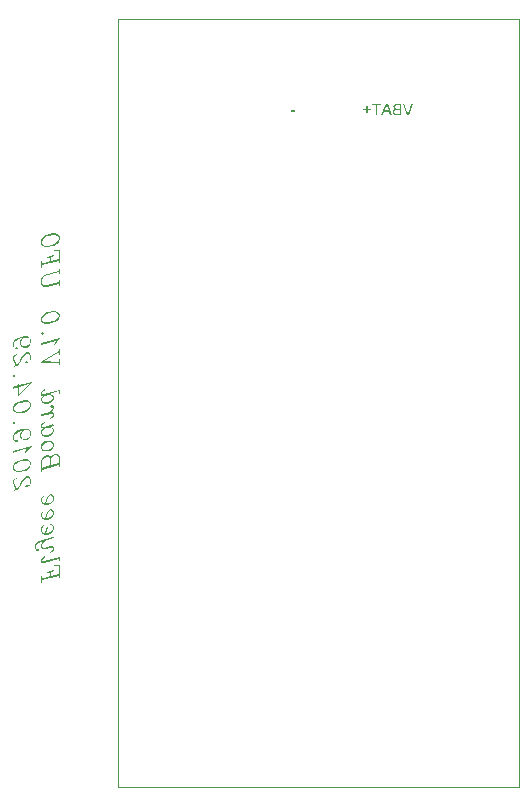
<source format=gbo>
G04 Layer_Color=32896*
%FSLAX25Y25*%
%MOIN*%
G70*
G01*
G75*
%ADD56C,0.00394*%
G36*
X186221Y293654D02*
X184798D01*
Y294121D01*
X186221D01*
Y293654D01*
D02*
G37*
G36*
X93014Y190044D02*
X92564Y189594D01*
X92126Y190044D01*
X92564Y190505D01*
X93014Y190044D01*
D02*
G37*
G36*
X107768Y138286D02*
X107468D01*
Y139024D01*
X101910Y137410D01*
Y136614D01*
X101622D01*
Y138736D01*
X101910D01*
Y137986D01*
X104677Y138793D01*
Y140154D01*
X103663Y139889D01*
X103617Y140165D01*
X105980Y140753D01*
X106038Y140465D01*
X104977Y140200D01*
Y138863D01*
X107468Y139601D01*
Y142125D01*
X105865D01*
X105854Y142414D01*
X107768Y142702D01*
Y138286D01*
D02*
G37*
G36*
X102994Y190102D02*
X102406Y189790D01*
X101910Y189295D01*
Y188868D01*
X102095Y188684D01*
X102579D01*
X103698Y188949D01*
X105704Y189514D01*
X105761Y189306D01*
Y188949D01*
X104251Y188684D01*
X104562D01*
X105496Y188372D01*
X105819Y187727D01*
Y187116D01*
X105519Y186205D01*
X104620Y185605D01*
X103732Y185317D01*
X102844D01*
X102233Y185617D01*
X101922Y185928D01*
X101622Y186539D01*
Y187173D01*
X101933Y187796D01*
X102577Y188107D01*
X101979D01*
X101622Y188465D01*
Y189422D01*
X102233Y190056D01*
X102879Y190344D01*
X102994Y190102D01*
D02*
G37*
G36*
X97983Y171850D02*
X98295Y170916D01*
Y170028D01*
X97995Y169140D01*
X97672Y168817D01*
X97061Y168518D01*
X96692D01*
X96300Y168944D01*
X96750Y169394D01*
X97153Y168990D01*
X96980Y168817D01*
X96992D01*
X97510Y169071D01*
X97741Y169302D01*
X97995Y170086D01*
Y170847D01*
X97753Y171343D01*
X97268Y171585D01*
X96784D01*
X96277Y171331D01*
X95746Y170801D01*
X94074Y168287D01*
X93486Y167699D01*
X92287Y167123D01*
X92172Y167365D01*
X92772Y167676D01*
X92979Y167884D01*
Y168345D01*
X92149Y169740D01*
Y170651D01*
X92460Y171308D01*
X93417Y171608D01*
X93510Y171354D01*
X92956Y171066D01*
X92714Y170582D01*
Y169809D01*
X93256Y168460D01*
X93267Y168426D01*
Y167888D01*
X93314Y167953D01*
X93856Y168483D01*
X94397Y169302D01*
X94951Y170409D01*
X95527Y171273D01*
X96104Y171861D01*
X96715Y172161D01*
X97338D01*
X97983Y171850D01*
D02*
G37*
G36*
X210494Y294599D02*
X211525D01*
Y294167D01*
X210494D01*
Y293130D01*
X210056D01*
Y294167D01*
X209025D01*
Y294599D01*
X210056D01*
Y295630D01*
X210494D01*
Y294599D01*
D02*
G37*
G36*
X105819Y195475D02*
Y194829D01*
X105508Y194207D01*
X104920Y193619D01*
X104816D01*
X104343Y193469D01*
X104920Y193619D01*
X105438D01*
X105819Y193249D01*
Y192293D01*
X105196Y191670D01*
X104551Y191370D01*
X104435Y191612D01*
X105035Y191935D01*
X105531Y192419D01*
Y192846D01*
X105335Y193042D01*
X104850D01*
X101714Y192200D01*
X101668Y192396D01*
Y192765D01*
X103651Y193307D01*
X104747Y193872D01*
X105277Y194403D01*
X105531Y194898D01*
Y195360D01*
X105519Y195371D01*
X105116Y194967D01*
X104666Y195417D01*
X105058Y195855D01*
X105438D01*
X105819Y195475D01*
D02*
G37*
G36*
X97660Y197285D02*
X97983Y196974D01*
X98295Y196351D01*
Y195729D01*
X97995Y194841D01*
X97395Y194253D01*
X96542Y193676D01*
X95666Y193388D01*
X94536Y193111D01*
X93660D01*
X92772Y193399D01*
X92449Y193722D01*
X92149Y194322D01*
Y194945D01*
X92449Y195844D01*
X93037Y196432D01*
X93890Y197008D01*
X94766Y197297D01*
X95896Y197585D01*
X96761D01*
X97660Y197285D01*
D02*
G37*
G36*
X97672Y187750D02*
X97983Y187427D01*
X98295Y186816D01*
Y185916D01*
X97995Y185029D01*
X97395Y184418D01*
X96784Y184129D01*
X95873D01*
X95274Y184418D01*
X94951Y184729D01*
X94651Y185340D01*
Y186262D01*
X94962Y186873D01*
X95452Y187363D01*
X94824Y187185D01*
X94028Y186931D01*
X93221Y186389D01*
X92691Y185847D01*
X92437Y185352D01*
Y184579D01*
X92668Y184106D01*
X93152Y183864D01*
X93164D01*
X92991Y184037D01*
X93406Y184441D01*
X93844Y183991D01*
X93463Y183564D01*
X93083D01*
X92460Y183876D01*
X92149Y184510D01*
Y185409D01*
X92449Y186309D01*
X93037Y186897D01*
X93890Y187473D01*
X94766Y187773D01*
X95896Y188049D01*
X97061D01*
X97672Y187750D01*
D02*
G37*
G36*
X105496Y156031D02*
X105819Y155397D01*
Y154497D01*
X105519Y153586D01*
X104620Y152998D01*
X103732Y152710D01*
X102844D01*
X102233Y152998D01*
X101922Y153310D01*
X101622Y153921D01*
Y154543D01*
X101922Y155443D01*
X102544Y156054D01*
X102729Y155869D01*
X102164Y155281D01*
X101910Y154497D01*
Y154001D01*
X102141Y153517D01*
X102637Y153287D01*
X103052D01*
X103582Y155143D01*
X104182Y156042D01*
X104827Y156353D01*
X105496Y156031D01*
D02*
G37*
G36*
X105761Y151765D02*
Y151419D01*
X103686Y150808D01*
X102694Y150300D01*
X102164Y149781D01*
X101910Y149274D01*
Y148825D01*
X102372Y148363D01*
X102867D01*
X104539Y148917D01*
X105438D01*
X105819Y148548D01*
Y147591D01*
X105196Y146957D01*
X104551Y146668D01*
X104435Y146911D01*
X105035Y147222D01*
X105531Y147706D01*
Y148144D01*
X105335Y148340D01*
X104574D01*
X102902Y147775D01*
X102268D01*
X101922Y148110D01*
X101634Y148675D01*
X101622Y148709D01*
Y149355D01*
X101922Y149966D01*
X102396Y150449D01*
X100999Y150024D01*
X100215Y149493D01*
X99973Y148997D01*
Y148236D01*
X100227Y147741D01*
X100261Y147705D01*
X100665Y148098D01*
X101103Y147648D01*
X100723Y147222D01*
X100331D01*
X99985Y147556D01*
X99673Y148167D01*
Y149055D01*
X99985Y149966D01*
X100884Y150566D01*
X105704Y151972D01*
X105761Y151765D01*
D02*
G37*
G36*
X97660Y177638D02*
X97983Y177327D01*
X98295Y176704D01*
Y176081D01*
X97995Y175194D01*
X97395Y174606D01*
X96542Y174029D01*
X95666Y173741D01*
X94536Y173464D01*
X93660D01*
X92772Y173752D01*
X92449Y174075D01*
X92149Y174675D01*
Y175297D01*
X92449Y176197D01*
X93037Y176785D01*
X93890Y177361D01*
X94766Y177649D01*
X95896Y177938D01*
X96761D01*
X97660Y177638D01*
D02*
G37*
G36*
X105496Y160942D02*
X105819Y160308D01*
Y159409D01*
X105519Y158498D01*
X104620Y157910D01*
X103732Y157622D01*
X102844D01*
X102233Y157910D01*
X101922Y158221D01*
X101622Y158833D01*
Y159455D01*
X101922Y160354D01*
X102544Y160966D01*
X102729Y160781D01*
X102164Y160193D01*
X101910Y159409D01*
Y158913D01*
X102141Y158429D01*
X102637Y158198D01*
X103052D01*
X103582Y160055D01*
X104182Y160954D01*
X104827Y161265D01*
X105496Y160942D01*
D02*
G37*
G36*
X105196Y183760D02*
X105508Y183438D01*
X105819Y182815D01*
Y182204D01*
X105519Y181293D01*
X104620Y180693D01*
X103732Y180405D01*
X102844D01*
X102233Y180705D01*
X101922Y181016D01*
X101622Y181627D01*
Y182250D01*
X101922Y183161D01*
X102810Y183760D01*
X103698Y184060D01*
X104585D01*
X105196Y183760D01*
D02*
G37*
G36*
X102983Y145169D02*
X102406Y144858D01*
X101910Y144362D01*
Y143924D01*
X102095Y143740D01*
X102579D01*
X107768Y145158D01*
Y143786D01*
X107468D01*
Y144535D01*
X102614Y143163D01*
X101979D01*
X101622Y143521D01*
Y144489D01*
X102233Y145112D01*
X102879Y145412D01*
X102983Y145169D01*
D02*
G37*
G36*
X107456Y179333D02*
X107768Y178399D01*
Y175240D01*
X107468D01*
Y175978D01*
X101910Y174363D01*
Y173568D01*
X101622D01*
Y177015D01*
X101910Y178191D01*
X102521Y178802D01*
X103421Y179091D01*
X104020D01*
X104655Y178779D01*
X104804Y178364D01*
X104989Y179033D01*
X105312Y179356D01*
X106211Y179656D01*
X106811D01*
X107456Y179333D01*
D02*
G37*
G36*
X97418Y181235D02*
X96876Y180417D01*
X96553Y179817D01*
X96334Y179921D01*
X96623Y180832D01*
X96992Y181454D01*
X92241Y180059D01*
X92195Y180255D01*
Y180624D01*
X98444Y182377D01*
X97418Y181235D01*
D02*
G37*
G36*
X102487Y219780D02*
X102037Y219330D01*
X101599Y219780D01*
X102037Y220241D01*
X102487Y219780D01*
D02*
G37*
G36*
X107133Y227021D02*
X107456Y226710D01*
X107768Y226087D01*
Y225464D01*
X107468Y224576D01*
X106868Y223989D01*
X106015Y223412D01*
X105139Y223124D01*
X104009Y222847D01*
X103132D01*
X102245Y223135D01*
X101922Y223458D01*
X101622Y224058D01*
Y224680D01*
X101922Y225580D01*
X102510Y226168D01*
X103363Y226744D01*
X104239Y227032D01*
X105369Y227321D01*
X106234D01*
X107133Y227021D01*
D02*
G37*
G36*
X221703Y292520D02*
X220130D01*
X220015Y292531D01*
X219911Y292537D01*
X219819Y292548D01*
X219750Y292560D01*
X219698Y292566D01*
X219664Y292577D01*
X219652D01*
X219566Y292606D01*
X219485Y292635D01*
X219410Y292664D01*
X219353Y292692D01*
X219301Y292721D01*
X219266Y292744D01*
X219243Y292756D01*
X219237Y292762D01*
X219180Y292813D01*
X219122Y292871D01*
X219076Y292929D01*
X219036Y292986D01*
X219007Y293038D01*
X218978Y293078D01*
X218967Y293107D01*
X218961Y293119D01*
X218920Y293205D01*
X218892Y293291D01*
X218874Y293378D01*
X218857Y293453D01*
X218851Y293516D01*
X218846Y293568D01*
Y293603D01*
Y293614D01*
X218851Y293735D01*
X218874Y293845D01*
X218903Y293937D01*
X218938Y294023D01*
X218978Y294092D01*
X219007Y294144D01*
X219030Y294173D01*
X219036Y294184D01*
X219111Y294271D01*
X219197Y294340D01*
X219283Y294397D01*
X219370Y294449D01*
X219445Y294484D01*
X219508Y294513D01*
X219531Y294518D01*
X219548Y294524D01*
X219560Y294530D01*
X219566D01*
X219468Y294582D01*
X219387Y294639D01*
X219318Y294691D01*
X219260Y294749D01*
X219220Y294795D01*
X219185Y294835D01*
X219168Y294858D01*
X219162Y294870D01*
X219116Y294950D01*
X219088Y295037D01*
X219064Y295112D01*
X219047Y295181D01*
X219036Y295244D01*
X219030Y295290D01*
Y295319D01*
Y295331D01*
X219036Y295428D01*
X219053Y295521D01*
X219076Y295601D01*
X219105Y295676D01*
X219134Y295740D01*
X219157Y295791D01*
X219174Y295820D01*
X219180Y295832D01*
X219243Y295918D01*
X219306Y295987D01*
X219375Y296051D01*
X219445Y296102D01*
X219502Y296137D01*
X219548Y296166D01*
X219583Y296183D01*
X219589Y296189D01*
X219594D01*
X219698Y296229D01*
X219813Y296258D01*
X219929Y296275D01*
X220038Y296292D01*
X220136Y296298D01*
X220176D01*
X220216Y296304D01*
X221703D01*
Y292520D01*
D02*
G37*
G36*
X106891Y217024D02*
X106349Y216206D01*
X106026Y215606D01*
X105807Y215710D01*
X106096Y216621D01*
X106465Y217244D01*
X101714Y215848D01*
X101668Y216044D01*
Y216413D01*
X107917Y218166D01*
X106891Y217024D01*
D02*
G37*
G36*
X218569Y292520D02*
X218039D01*
X217630Y293666D01*
X216040D01*
X215603Y292520D01*
X215038D01*
X216576Y296304D01*
X217123D01*
X218569Y292520D01*
D02*
G37*
G36*
X107122Y252917D02*
X107456Y252594D01*
X107768Y251983D01*
Y251084D01*
X107468Y250196D01*
X106868Y249608D01*
X106015Y249032D01*
X105139Y248743D01*
X104009Y248467D01*
X103132D01*
X102245Y248755D01*
X101922Y249078D01*
X101622Y249677D01*
Y250577D01*
X101922Y251476D01*
X102510Y252064D01*
X103363Y252641D01*
X104239Y252929D01*
X105369Y253217D01*
X106234D01*
X107122Y252917D01*
D02*
G37*
G36*
X214912Y295861D02*
X213667D01*
Y292520D01*
X213166D01*
Y295861D01*
X211922D01*
Y296304D01*
X214912D01*
Y295861D01*
D02*
G37*
G36*
X107768Y239473D02*
X107468D01*
Y240223D01*
X102671Y238862D01*
X102164Y238355D01*
X101910Y237582D01*
Y236522D01*
X102141Y236049D01*
X102637Y235807D01*
X103421D01*
X107468Y236879D01*
Y237686D01*
X107768D01*
Y235565D01*
X107468D01*
Y236326D01*
X103455Y235230D01*
X102556D01*
X101922Y235542D01*
X101654Y236406D01*
X101622D01*
Y237629D01*
X101922Y238516D01*
X102521Y239139D01*
X107468Y240511D01*
Y241318D01*
X107768D01*
Y239473D01*
D02*
G37*
G36*
Y243301D02*
X107468D01*
Y244039D01*
X101910Y242425D01*
Y241629D01*
X101622D01*
Y243751D01*
X101910D01*
Y243002D01*
X104677Y243809D01*
Y245169D01*
X103663Y244904D01*
X103617Y245181D01*
X105980Y245769D01*
X106038Y245480D01*
X104977Y245215D01*
Y243878D01*
X107468Y244616D01*
Y247141D01*
X105865D01*
X105854Y247429D01*
X107768Y247717D01*
Y243301D01*
D02*
G37*
G36*
X93821Y199061D02*
Y201862D01*
X92241Y201378D01*
X92195Y201574D01*
Y201943D01*
X93821Y202404D01*
Y202739D01*
X94109D01*
Y202462D01*
X98444Y203696D01*
X93821Y199061D01*
D02*
G37*
G36*
X93014Y205633D02*
X92564Y205183D01*
X92126Y205633D01*
X92564Y206094D01*
X93014Y205633D01*
D02*
G37*
G36*
X105496Y165854D02*
X105819Y165220D01*
Y164321D01*
X105519Y163410D01*
X104620Y162822D01*
X103732Y162534D01*
X102844D01*
X102233Y162822D01*
X101922Y163133D01*
X101622Y163744D01*
Y164367D01*
X101922Y165266D01*
X102544Y165877D01*
X102729Y165693D01*
X102164Y165105D01*
X101910Y164321D01*
Y163825D01*
X102141Y163341D01*
X102637Y163110D01*
X103052D01*
X103582Y164966D01*
X104182Y165866D01*
X104827Y166177D01*
X105496Y165854D01*
D02*
G37*
G36*
X102983Y201044D02*
X102406Y200721D01*
X101910Y200237D01*
Y199799D01*
X102095Y199614D01*
X102579D01*
X107768Y201032D01*
Y199649D01*
X107468D01*
Y200398D01*
X104251Y199614D01*
X104562D01*
X105496Y199314D01*
X105819Y198657D01*
Y198046D01*
X105519Y197124D01*
X104620Y196536D01*
X103732Y196247D01*
X102844D01*
X102233Y196547D01*
X101922Y196858D01*
X101622Y197469D01*
Y198104D01*
X101933Y198726D01*
X102577Y199038D01*
X101979D01*
X101622Y199395D01*
Y200352D01*
X102233Y200986D01*
X102879Y201274D01*
X102983Y201044D01*
D02*
G37*
G36*
X107768Y212632D02*
X107468D01*
Y213635D01*
X102464Y210591D01*
X107468Y210360D01*
Y211133D01*
X107768D01*
Y209288D01*
X107468D01*
Y209784D01*
X101622Y210060D01*
Y210291D01*
X107468Y213911D01*
Y214476D01*
X107768D01*
Y212632D01*
D02*
G37*
G36*
X97672Y218650D02*
X97983Y218327D01*
X98295Y217716D01*
Y216817D01*
X97995Y215929D01*
X97395Y215318D01*
X96784Y215030D01*
X95873D01*
X95274Y215318D01*
X94951Y215629D01*
X94651Y216240D01*
Y217163D01*
X94962Y217774D01*
X95452Y218264D01*
X94824Y218085D01*
X94028Y217831D01*
X93221Y217290D01*
X92691Y216748D01*
X92437Y216252D01*
Y215479D01*
X92668Y215007D01*
X93152Y214764D01*
X93164D01*
X92991Y214937D01*
X93406Y215341D01*
X93844Y214891D01*
X93463Y214465D01*
X93083D01*
X92460Y214776D01*
X92149Y215410D01*
Y216309D01*
X92449Y217209D01*
X93037Y217797D01*
X93890Y218373D01*
X94766Y218673D01*
X95896Y218950D01*
X97061D01*
X97672Y218650D01*
D02*
G37*
G36*
X97983Y213139D02*
X98295Y212205D01*
Y211317D01*
X97995Y210429D01*
X97672Y210106D01*
X97061Y209807D01*
X96692D01*
X96300Y210233D01*
X96750Y210683D01*
X97153Y210279D01*
X96980Y210106D01*
X96992D01*
X97510Y210360D01*
X97741Y210591D01*
X97995Y211375D01*
Y212136D01*
X97753Y212632D01*
X97268Y212874D01*
X96784D01*
X96277Y212620D01*
X95746Y212090D01*
X94074Y209576D01*
X93486Y208988D01*
X92287Y208412D01*
X92172Y208654D01*
X92772Y208965D01*
X92979Y209173D01*
Y209634D01*
X92149Y211029D01*
Y211940D01*
X92460Y212597D01*
X93417Y212897D01*
X93510Y212643D01*
X92956Y212355D01*
X92714Y211871D01*
Y211098D01*
X93256Y209749D01*
X93267Y209714D01*
Y209177D01*
X93314Y209242D01*
X93856Y209772D01*
X94397Y210591D01*
X94951Y211698D01*
X95527Y212562D01*
X96104Y213150D01*
X96715Y213450D01*
X97338D01*
X97983Y213139D01*
D02*
G37*
G36*
X224128Y292520D02*
X223615D01*
X222134Y296304D01*
X222641D01*
X223667Y293556D01*
X223707Y293441D01*
X223747Y293326D01*
X223782Y293222D01*
X223811Y293130D01*
X223834Y293050D01*
X223851Y292986D01*
X223857Y292963D01*
X223863Y292946D01*
X223868Y292940D01*
Y292934D01*
X223932Y293153D01*
X223966Y293257D01*
X224001Y293355D01*
X224030Y293436D01*
X224047Y293499D01*
X224058Y293522D01*
X224064Y293539D01*
X224070Y293551D01*
Y293556D01*
X225049Y296304D01*
X225596D01*
X224128Y292520D01*
D02*
G37*
%LPC*%
G36*
X104528Y188372D02*
X103732D01*
X102948Y188107D01*
X102153Y187588D01*
X101910Y187092D01*
Y186608D01*
X102141Y186124D01*
X102625Y185893D01*
X103698D01*
X104481Y186147D01*
X105277Y186677D01*
X105519Y187162D01*
Y187646D01*
X105277Y188119D01*
X104528Y188372D01*
D02*
G37*
G36*
X96750Y169048D02*
X96634Y168944D01*
X96807Y168817D01*
X96980D01*
X96750Y169048D01*
D02*
G37*
G36*
X105346Y195555D02*
X105341Y195550D01*
X105519Y195371D01*
X105346Y195555D01*
D02*
G37*
G36*
X96726Y197008D02*
X95931D01*
X94824Y196720D01*
X94028Y196455D01*
X93221Y195924D01*
X92691Y195383D01*
X92437Y194887D01*
Y194426D01*
X92922Y193941D01*
X93694Y193688D01*
X94501D01*
X96415Y194230D01*
X97222Y194760D01*
X97741Y195290D01*
X97995Y195798D01*
Y196247D01*
X97510Y196743D01*
X96726Y197008D01*
D02*
G37*
G36*
X97268Y187473D02*
X96231D01*
X95723Y187208D01*
X95193Y186689D01*
X94939Y186182D01*
Y185421D01*
X95181Y184948D01*
X95666Y184706D01*
X96715D01*
X97222Y184959D01*
X97753Y185478D01*
X97995Y185974D01*
Y186735D01*
X97753Y187219D01*
X97268Y187473D01*
D02*
G37*
G36*
X104827Y156042D02*
X104366Y155800D01*
X103836Y155016D01*
X103317Y153287D01*
X103698D01*
X104481Y153540D01*
X105277Y154071D01*
X105519Y154555D01*
Y155316D01*
X105277Y155800D01*
X104827Y156042D01*
D02*
G37*
G36*
X96726Y177361D02*
X95931D01*
X94824Y177073D01*
X94028Y176808D01*
X93221Y176277D01*
X92691Y175735D01*
X92437Y175240D01*
Y174778D01*
X92922Y174294D01*
X93694Y174041D01*
X94501D01*
X96415Y174583D01*
X97222Y175113D01*
X97741Y175643D01*
X97995Y176151D01*
Y176600D01*
X97510Y177096D01*
X96726Y177361D01*
D02*
G37*
G36*
X104827Y160954D02*
X104366Y160712D01*
X103836Y159928D01*
X103317Y158198D01*
X103698D01*
X104481Y158452D01*
X105277Y158982D01*
X105519Y159467D01*
Y160228D01*
X105277Y160712D01*
X104827Y160954D01*
D02*
G37*
G36*
X104793Y183484D02*
X103732D01*
X102948Y183207D01*
X102153Y182688D01*
X101910Y182192D01*
Y181696D01*
X102141Y181212D01*
X102625Y180982D01*
X103698D01*
X104481Y181235D01*
X105277Y181766D01*
X105519Y182261D01*
Y182746D01*
X105277Y183230D01*
X104793Y183484D01*
D02*
G37*
G36*
X103951Y178514D02*
X103455D01*
X102671Y178261D01*
X102164Y177753D01*
X101910Y176969D01*
Y174940D01*
X104677Y175747D01*
Y178042D01*
X104458Y178261D01*
X103951Y178514D01*
D02*
G37*
G36*
X106741Y179079D02*
X106246D01*
X105462Y178814D01*
X105231Y178572D01*
X104977Y178076D01*
Y175816D01*
X107468Y176554D01*
Y178341D01*
X107226Y178825D01*
X106741Y179079D01*
D02*
G37*
G36*
X106200Y226744D02*
X105404D01*
X104297Y226456D01*
X103501Y226191D01*
X102694Y225660D01*
X102164Y225118D01*
X101910Y224623D01*
Y224162D01*
X102395Y223677D01*
X103167Y223424D01*
X103974D01*
X105888Y223966D01*
X106695Y224496D01*
X107214Y225026D01*
X107468Y225534D01*
Y225983D01*
X106983Y226479D01*
X106200Y226744D01*
D02*
G37*
G36*
X221201Y294265D02*
X220205D01*
X220090Y294253D01*
X219998Y294248D01*
X219917Y294236D01*
X219859Y294225D01*
X219813Y294213D01*
X219790Y294207D01*
X219779Y294202D01*
X219710Y294173D01*
X219652Y294138D01*
X219600Y294104D01*
X219560Y294063D01*
X219525Y294029D01*
X219496Y294006D01*
X219485Y293983D01*
X219479Y293977D01*
X219439Y293919D01*
X219410Y293856D01*
X219393Y293793D01*
X219375Y293735D01*
X219370Y293689D01*
X219364Y293649D01*
Y293626D01*
Y293614D01*
X219370Y293545D01*
X219375Y293487D01*
X219387Y293430D01*
X219398Y293384D01*
X219416Y293343D01*
X219427Y293315D01*
X219433Y293297D01*
X219439Y293291D01*
X219468Y293245D01*
X219502Y293199D01*
X219531Y293165D01*
X219566Y293136D01*
X219594Y293107D01*
X219612Y293090D01*
X219629Y293084D01*
X219635Y293078D01*
X219727Y293032D01*
X219819Y293004D01*
X219859Y292992D01*
X219894Y292986D01*
X219917Y292981D01*
X219923D01*
X219963Y292975D01*
X220015Y292969D01*
X220130Y292963D01*
X221201D01*
Y294265D01*
D02*
G37*
G36*
Y295861D02*
X220309D01*
X220188Y295849D01*
X220090Y295843D01*
X220009Y295832D01*
X219952Y295820D01*
X219911Y295814D01*
X219882Y295803D01*
X219877D01*
X219819Y295780D01*
X219767Y295751D01*
X219721Y295717D01*
X219687Y295688D01*
X219658Y295653D01*
X219635Y295630D01*
X219623Y295613D01*
X219617Y295607D01*
X219589Y295549D01*
X219566Y295492D01*
X219548Y295440D01*
X219537Y295388D01*
X219531Y295342D01*
X219525Y295307D01*
Y295279D01*
Y295273D01*
X219531Y295198D01*
X219543Y295135D01*
X219554Y295077D01*
X219571Y295031D01*
X219594Y294991D01*
X219606Y294962D01*
X219617Y294945D01*
X219623Y294939D01*
X219664Y294893D01*
X219710Y294852D01*
X219756Y294818D01*
X219802Y294795D01*
X219848Y294772D01*
X219882Y294760D01*
X219905Y294755D01*
X219911Y294749D01*
X219974Y294737D01*
X220044Y294726D01*
X220124Y294720D01*
X220205Y294714D01*
X220274Y294708D01*
X221201D01*
Y295861D01*
D02*
G37*
G36*
X216864Y295912D02*
X216824Y295786D01*
X216783Y295653D01*
X216737Y295521D01*
X216691Y295394D01*
X216657Y295285D01*
X216639Y295238D01*
X216622Y295198D01*
X216611Y295163D01*
X216599Y295141D01*
X216593Y295123D01*
Y295117D01*
X216202Y294075D01*
X217486D01*
X217072Y295181D01*
X217025Y295313D01*
X216985Y295446D01*
X216951Y295567D01*
X216922Y295682D01*
X216899Y295774D01*
X216887Y295814D01*
X216876Y295849D01*
X216870Y295878D01*
Y295895D01*
X216864Y295907D01*
Y295912D01*
D02*
G37*
G36*
X106200Y252641D02*
X105404D01*
X104297Y252364D01*
X103501Y252099D01*
X102683Y251557D01*
X102164Y251026D01*
X101910Y250519D01*
Y249781D01*
X102395Y249297D01*
X103167Y249043D01*
X103974D01*
X105081Y249320D01*
X105877Y249585D01*
X106695Y250115D01*
X107214Y250646D01*
X107468Y251153D01*
Y251880D01*
X106983Y252375D01*
X106200Y252641D01*
D02*
G37*
G36*
X97568Y202981D02*
X94109Y201920D01*
Y199545D01*
X97568Y202981D01*
D02*
G37*
G36*
X104827Y165866D02*
X104366Y165624D01*
X103836Y164840D01*
X103317Y163110D01*
X103698D01*
X104481Y163364D01*
X105277Y163894D01*
X105519Y164378D01*
Y165139D01*
X105277Y165624D01*
X104827Y165866D01*
D02*
G37*
G36*
X104528Y199303D02*
X103732D01*
X102948Y199038D01*
X102153Y198519D01*
X101910Y198023D01*
Y197539D01*
X102141Y197054D01*
X102625Y196824D01*
X103698D01*
X104481Y197078D01*
X105277Y197596D01*
X105519Y198092D01*
Y198576D01*
X105277Y199049D01*
X104528Y199303D01*
D02*
G37*
G36*
X97268Y218373D02*
X96231D01*
X95723Y218108D01*
X95193Y217589D01*
X94939Y217082D01*
Y216321D01*
X95181Y215848D01*
X95666Y215606D01*
X96715D01*
X97222Y215860D01*
X97753Y216379D01*
X97995Y216875D01*
Y217635D01*
X97753Y218120D01*
X97268Y218373D01*
D02*
G37*
G36*
X96750Y210337D02*
X96634Y210233D01*
X96807Y210106D01*
X96980D01*
X96750Y210337D01*
D02*
G37*
%LPD*%
D56*
X261024Y68504D02*
Y324410D01*
X127165Y68504D02*
X261024D01*
X127165Y324410D02*
X261024D01*
X127165Y68504D02*
Y324410D01*
M02*

</source>
